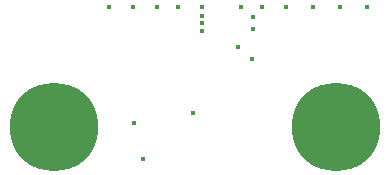
<source format=gbr>
G04 #@! TF.GenerationSoftware,KiCad,Pcbnew,(5.1.6)-1*
G04 #@! TF.CreationDate,2021-04-29T20:16:03-05:00*
G04 #@! TF.ProjectId,BEncoderBoard3(3),42456e63-6f64-4657-9242-6f6172643328,rev?*
G04 #@! TF.SameCoordinates,Original*
G04 #@! TF.FileFunction,Copper,L3,Inr*
G04 #@! TF.FilePolarity,Positive*
%FSLAX46Y46*%
G04 Gerber Fmt 4.6, Leading zero omitted, Abs format (unit mm)*
G04 Created by KiCad (PCBNEW (5.1.6)-1) date 2021-04-29 20:16:03*
%MOMM*%
%LPD*%
G01*
G04 APERTURE LIST*
G04 #@! TA.AperFunction,ViaPad*
%ADD10C,7.500000*%
G04 #@! TD*
G04 #@! TA.AperFunction,ViaPad*
%ADD11C,0.450000*%
G04 #@! TD*
G04 APERTURE END LIST*
D10*
X145415000Y-99822000D03*
X121539000Y-99822000D03*
D11*
X148082000Y-89662000D03*
X145796000Y-89662000D03*
X143510000Y-89662000D03*
X141224000Y-89662000D03*
X139192000Y-89662000D03*
X137414000Y-89662000D03*
X126238000Y-89662000D03*
X128270000Y-89662000D03*
X130302000Y-89662000D03*
X132080000Y-89662000D03*
X134112000Y-89662000D03*
X133349600Y-98704800D03*
X138303000Y-94107000D03*
X128320800Y-99517200D03*
X129108200Y-102565200D03*
X138420000Y-90551000D03*
X138420000Y-91567000D03*
X134112000Y-90424000D03*
X134112000Y-91059000D03*
X134112000Y-91694000D03*
X137160000Y-93116400D03*
M02*

</source>
